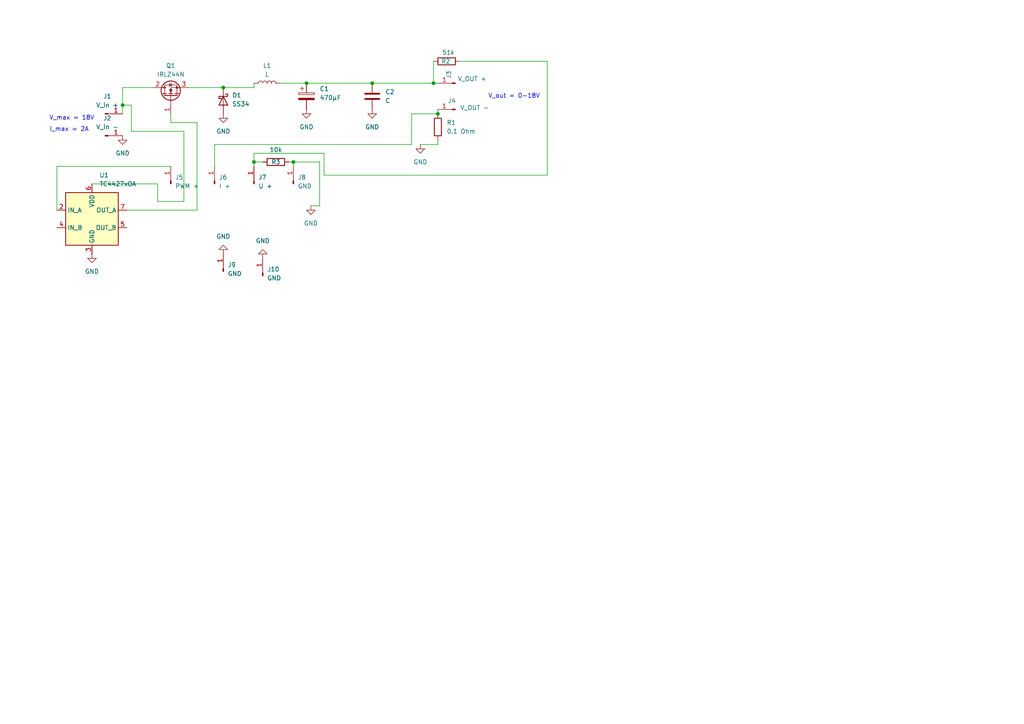
<source format=kicad_sch>
(kicad_sch (version 20250114) (generator "eeschema") (generator_version "9.0")
  (paper "A4")
  (lib_symbols
    (symbol "Connector:Conn_01x01_Pin" (pin_names (offset 1.016) (hide yes))
      (property "Reference" "J" (at 0 2.54 0))
      (property "Value" "Conn_01x01_Pin" (at 0 -2.54 0))
      (symbol "Conn_01x01_Pin_1_1"
        (rectangle (start 0.8636 0.127) (end 0 -0.127) (stroke (width 0.1524)) (fill (type outline)))
        (polyline (pts (xy 1.27 0) (xy 0.8636 0)) (stroke (width 0.1524)))
        (pin passive line (at 5.08 0 180) (length 3.81) (name "Pin_1") (number "1"))
      )
    )
    (symbol "Device:C" (pin_numbers (hide yes)) (pin_names (offset 0.254))
      (property "Reference" "C" (at 0.635 2.54 0))
      (property "Value" "C" (at 0.635 -2.54 0))
      (symbol "C_0_1"
        (polyline (pts (xy -2.032 0.762) (xy 2.032 0.762)) (stroke (width 0.508)))
        (polyline (pts (xy -2.032 -0.762) (xy 2.032 -0.762)) (stroke (width 0.508)))
      )
      (symbol "C_1_1"
        (pin passive line (at 0 3.81 270) (length 2.794) (name "~") (number "1"))
        (pin passive line (at 0 -3.81 90) (length 2.794) (name "~") (number "2"))
      )
    )
    (symbol "Device:C_Polarized" (pin_numbers (hide yes)) (pin_names (offset 0.254))
      (property "Reference" "C" (at 0.635 2.54 0))
      (property "Value" "C_Polarized" (at 0.635 -2.54 0))
      (symbol "C_Polarized_0_1"
        (rectangle (start -2.286 0.508) (end 2.286 1.016))
        (polyline (pts (xy -1.778 2.286) (xy -0.762 2.286)))
        (polyline (pts (xy -1.27 2.794) (xy -1.27 1.778)))
        (rectangle (start 2.286 -0.508) (end -2.286 -1.016) (fill (type outline)))
      )
      (symbol "C_Polarized_1_1"
        (pin passive line (at 0 3.81 270) (length 2.794) (name "~") (number "1"))
        (pin passive line (at 0 -3.81 90) (length 2.794) (name "~") (number "2"))
      )
    )
    (symbol "Device:L" (pin_numbers (hide yes)) (pin_names (offset 1.016) (hide yes))
      (property "Reference" "L" (at -1.27 0 90))
      (property "Value" "L" (at 1.905 0 90))
      (symbol "L_0_1"
        (arc (start 0 2.54) (mid 0.6323 1.905) (end 0 1.27))
        (arc (start 0 1.27) (mid 0.6323 0.635) (end 0 0))
        (arc (start 0 0) (mid 0.6323 -0.635) (end 0 -1.27))
        (arc (start 0 -1.27) (mid 0.6323 -1.905) (end 0 -2.54))
      )
      (symbol "L_1_1"
        (pin passive line (at 0 3.81 270) (length 1.27) (name "1") (number "1"))
        (pin passive line (at 0 -3.81 90) (length 1.27) (name "2") (number "2"))
      )
    )
    (symbol "Device:R" (pin_numbers (hide yes)) (pin_names (offset 0))
      (property "Reference" "R" (at 2.032 0 90))
      (property "Value" "R" (at 0 0 90))
      (symbol "R_0_1"
        (rectangle (start -1.016 -2.54) (end 1.016 2.54) (stroke (width 0.254)))
      )
      (symbol "R_1_1"
        (pin passive line (at 0 3.81 270) (length 1.27) (name "~") (number "1"))
        (pin passive line (at 0 -3.81 90) (length 1.27) (name "~") (number "2"))
      )
    )
    (symbol "Diode:SS34" (pin_numbers (hide yes)) (pin_names (offset 1.016) (hide yes))
      (property "Reference" "D" (at 0 2.54 0))
      (property "Value" "SS34" (at 0 -2.54 0))
      (symbol "SS34_0_1"
        (polyline (pts (xy -1.905 0.635) (xy -1.905 1.27) (xy -1.27 1.27) (xy -1.27 -1.27) (xy -0.635 -1.27) (xy -0.635 -0.635)) (stroke (width 0.254)))
        (polyline (pts (xy 1.27 1.27) (xy 1.27 -1.27) (xy -1.27 0) (xy 1.27 1.27)) (stroke (width 0.254)))
        (polyline (pts (xy 1.27 0) (xy -1.27 0)))
      )
      (symbol "SS34_1_1"
        (pin passive line (at -3.81 0 0) (length 2.54) (name "K") (number "1"))
        (pin passive line (at 3.81 0 180) (length 2.54) (name "A") (number "2"))
      )
    )
    (symbol "Driver_FET:TC4427xOA"
      (property "Reference" "U" (at -7.62 8.89 0))
      (property "Value" "TC4427xOA" (at 1.27 8.89 0))
      (symbol "TC4427xOA_0_1"
        (rectangle (start -7.62 -7.62) (end 7.62 7.62) (stroke (width 0.254)) (fill (type background)))
      )
      (symbol "TC4427xOA_1_1"
        (pin input line (at -10.16 2.54 0) (length 2.54) (name "IN_A") (number "2"))
        (pin input line (at -10.16 -2.54 0) (length 2.54) (name "IN_B") (number "4"))
        (pin no_connect line (at -7.62 0 0) (length 2.54) (hide yes) (name "NC") (number "1"))
        (pin power_in line (at 0 10.16 270) (length 2.54) (name "VDD") (number "6"))
        (pin power_in line (at 0 -10.16 90) (length 2.54) (name "GND") (number "3"))
        (pin no_connect line (at 7.62 0 180) (length 2.54) (hide yes) (name "NC") (number "8"))
        (pin output line (at 10.16 2.54 180) (length 2.54) (name "OUT_A") (number "7"))
        (pin output line (at 10.16 -2.54 180) (length 2.54) (name "OUT_B") (number "5"))
      )
    )
    (symbol "Transistor_FET:IRLZ44N" (pin_names (hide yes))
      (property "Reference" "Q" (at 5.08 1.905 0))
      (property "Value" "IRLZ44N" (at 5.08 0 0))
      (symbol "IRLZ44N_0_1"
        (polyline (pts (xy 0.254 1.905) (xy 0.254 -1.905)) (stroke (width 0.254)))
        (polyline (pts (xy 0.254 0) (xy -2.54 0)))
        (polyline (pts (xy 0.762 2.286) (xy 0.762 1.27)) (stroke (width 0.254)))
        (polyline (pts (xy 0.762 0.508) (xy 0.762 -0.508)) (stroke (width 0.254)))
        (polyline (pts (xy 0.762 -1.27) (xy 0.762 -2.286)) (stroke (width 0.254)))
        (polyline (pts (xy 0.762 -1.778) (xy 3.302 -1.778) (xy 3.302 1.778) (xy 0.762 1.778)))
        (polyline (pts (xy 1.016 0) (xy 2.032 0.381) (xy 2.032 -0.381) (xy 1.016 0)) (fill (type outline)))
        (circle (center 1.651 0) (radius 2.794) (stroke (width 0.254)))
        (polyline (pts (xy 2.54 2.54) (xy 2.54 1.778)))
        (circle (center 2.54 1.778) (radius 0.254) (fill (type outline)))
        (circle (center 2.54 -1.778) (radius 0.254) (fill (type outline)))
        (polyline (pts (xy 2.54 -2.54) (xy 2.54 0) (xy 0.762 0)))
        (polyline (pts (xy 2.794 0.508) (xy 2.921 0.381) (xy 3.683 0.381) (xy 3.81 0.254)))
        (polyline (pts (xy 3.302 0.381) (xy 2.921 -0.254) (xy 3.683 -0.254) (xy 3.302 0.381)))
      )
      (symbol "IRLZ44N_1_1"
        (pin input line (at -5.08 0 0) (length 2.54) (name "G") (number "1"))
        (pin passive line (at 2.54 5.08 270) (length 2.54) (name "D") (number "2"))
        (pin passive line (at 2.54 -5.08 90) (length 2.54) (name "S") (number "3"))
      )
    )
    (symbol "power:GND" (power) (pin_numbers (hide yes)) (pin_names (offset 0) (hide yes))
      (property "Value" "GND" (at 0 -3.81 0))
      (symbol "GND_0_1"
        (polyline (pts (xy 0 0) (xy 0 -1.27) (xy 1.27 -1.27) (xy 0 -2.54) (xy -1.27 -1.27) (xy 0 -1.27)))
      )
      (symbol "GND_1_1"
        (pin power_in line (at 0 0 270) (length 0) (name "~") (number "1"))
      )
    )
  )
  (text "I_max = 2A" (at 20.066 37.592 0) (effects (font (size 1.27 1.27))))
  (text "V_max = 18V" (at 20.828 34.29 0) (effects (font (size 1.27 1.27))))
  (text "V_out = 0-18V" (at 149.098 27.94 0) (effects (font (size 1.27 1.27))))
  (junction (at 88.9 24.13))
  (junction (at 73.66 46.99))
  (junction (at 35.56 30.48))
  (junction (at 125.73 24.13))
  (junction (at 85.09 46.99))
  (junction (at 127 33.02))
  (junction (at 64.77 25.4))
  (junction (at 107.95 24.13))
  (wire (pts (xy 57.15 60.96) (xy 57.15 35.56)))
  (wire (pts (xy 158.75 17.78) (xy 158.75 50.8)))
  (wire (pts (xy 54.61 25.4) (xy 64.77 25.4)))
  (wire (pts (xy 73.66 24.13) (xy 73.66 25.4)))
  (wire (pts (xy 127 40.64) (xy 127 41.91)))
  (wire (pts (xy 107.95 24.13) (xy 125.73 24.13)))
  (wire (pts (xy 93.98 50.8) (xy 93.98 44.45)))
  (wire (pts (xy 45.72 58.42) (xy 53.34 58.42)))
  (wire (pts (xy 133.35 17.78) (xy 158.75 17.78)))
  (wire (pts (xy 45.72 53.34) (xy 45.72 58.42)))
  (wire (pts (xy 125.73 17.78) (xy 125.73 24.13)))
  (wire (pts (xy 35.56 30.48) (xy 35.56 25.4)))
  (wire (pts (xy 85.09 46.99) (xy 92.71 46.99)))
  (wire (pts (xy 90.17 59.69) (xy 92.71 59.69)))
  (wire (pts (xy 49.53 48.26) (xy 16.51 48.26)))
  (wire (pts (xy 88.9 24.13) (xy 107.95 24.13)))
  (wire (pts (xy 158.75 50.8) (xy 93.98 50.8)))
  (wire (pts (xy 119.38 41.91) (xy 119.38 33.02)))
  (wire (pts (xy 73.66 46.99) (xy 73.66 48.26)))
  (wire (pts (xy 73.66 44.45) (xy 73.66 46.99)))
  (wire (pts (xy 73.66 46.99) (xy 76.2 46.99)))
  (wire (pts (xy 73.66 25.4) (xy 64.77 25.4)))
  (wire (pts (xy 53.34 38.1) (xy 38.1 38.1)))
  (wire (pts (xy 35.56 33.02) (xy 35.56 30.48)))
  (wire (pts (xy 16.51 48.26) (xy 16.51 60.96)))
  (wire (pts (xy 83.82 46.99) (xy 85.09 46.99)))
  (wire (pts (xy 26.67 53.34) (xy 45.72 53.34)))
  (wire (pts (xy 35.56 25.4) (xy 44.45 25.4)))
  (wire (pts (xy 119.38 33.02) (xy 127 33.02)))
  (wire (pts (xy 38.1 38.1) (xy 38.1 30.48)))
  (wire (pts (xy 36.83 60.96) (xy 57.15 60.96)))
  (wire (pts (xy 49.53 35.56) (xy 49.53 33.02)))
  (wire (pts (xy 127 31.75) (xy 127 33.02)))
  (wire (pts (xy 125.73 24.13) (xy 127 24.13)))
  (wire (pts (xy 62.23 41.91) (xy 119.38 41.91)))
  (wire (pts (xy 57.15 35.56) (xy 49.53 35.56)))
  (wire (pts (xy 62.23 48.26) (xy 62.23 41.91)))
  (wire (pts (xy 38.1 30.48) (xy 35.56 30.48)))
  (wire (pts (xy 92.71 59.69) (xy 92.71 46.99)))
  (wire (pts (xy 121.92 41.91) (xy 127 41.91)))
  (wire (pts (xy 93.98 44.45) (xy 73.66 44.45)))
  (wire (pts (xy 53.34 58.42) (xy 53.34 38.1)))
  (wire (pts (xy 81.28 24.13) (xy 88.9 24.13)))
  (wire (pts (xy 85.09 46.99) (xy 85.09 48.26)))
  (symbol (lib_id "Device:C_Polarized") (at 88.9 27.94 0) (unit 1)
    (property "Reference" "C1" (at 92.71 25.7809 0) (effects (justify left)))
    (property "Value" "470µF" (at 92.71 28.3209 0) (effects (justify left)))
    (property "Footprint" "Capacitor_THT:CP_Radial_D10.0mm_P5.00mm" (effects (hide yes)))
    (property "Description" "Polarized capacitor" (effects (hide yes)))
  )
  (symbol (lib_id "Connector:Conn_01x01_Pin") (at 49.53 53.34 90) (unit 1)
    (property "Reference" "J5" (at 50.8 51.4349 90) (effects (justify right)))
    (property "Value" "PWM +" (at 50.8 53.9749 90) (effects (justify right)))
    (property "Footprint" "MountingHole:MountingHole_2.2mm_M2_Pad" (effects (hide yes)))
    (property "Description" "Generic connector, single row, 01x01, script generated" (effects (hide yes)))
  )
  (symbol (lib_id "Device:C") (at 107.95 27.94 0) (unit 1)
    (property "Reference" "C2" (at 111.76 26.6699 0) (effects (justify left)))
    (property "Value" "C" (at 111.76 29.2099 0) (effects (justify left)))
    (property "Footprint" "Capacitor_THT:C_Disc_D5.0mm_W2.5mm_P5.00mm" (effects (hide yes)))
    (property "Description" "Unpolarized capacitor" (effects (hide yes)))
  )
  (symbol (lib_id "Connector:Conn_01x01_Pin") (at 85.09 53.34 90) (unit 1)
    (property "Reference" "J8" (at 86.36 51.4349 90) (effects (justify right)))
    (property "Value" "GND" (at 86.36 53.9749 90) (effects (justify right)))
    (property "Footprint" "MountingHole:MountingHole_2.2mm_M2_Pad" (effects (hide yes)))
    (property "Description" "Generic connector, single row, 01x01, script generated" (effects (hide yes)))
  )
  (symbol (lib_id "power:GND") (at 121.92 41.91 0) (unit 1)
    (property "Reference" "#PWR05" (effects (hide yes)))
    (property "Value" "GND" (at 121.92 46.99 0))
    (property "Description" "Power symbol creates a global label with name \"GND\" , ground" (effects (hide yes)))
  )
  (symbol (lib_id "power:GND") (at 26.67 73.66 0) (unit 1)
    (property "Reference" "#PWR07" (effects (hide yes)))
    (property "Value" "GND" (at 26.67 78.74 0))
    (property "Description" "Power symbol creates a global label with name \"GND\" , ground" (effects (hide yes)))
  )
  (symbol (lib_id "power:GND") (at 90.17 59.69 0) (unit 1)
    (property "Reference" "#PWR02" (effects (hide yes)))
    (property "Value" "GND" (at 90.17 64.77 0))
    (property "Description" "Power symbol creates a global label with name \"GND\" , ground" (effects (hide yes)))
  )
  (symbol (lib_id "power:GND") (at 76.2 74.93 180) (unit 1)
    (property "Reference" "#PWR09" (effects (hide yes)))
    (property "Value" "GND" (at 76.2 69.85 0))
    (property "Description" "Power symbol creates a global label with name \"GND\" , ground" (effects (hide yes)))
  )
  (symbol (lib_id "Device:R") (at 80.01 46.99 90) (unit 1)
    (property "Reference" "R3" (at 80.01 46.99 90))
    (property "Value" "10k" (at 80.01 43.434 90))
    (property "Footprint" "Resistor_SMD:R_1206_3216Metric" (effects (hide yes)))
    (property "Description" "Resistor" (effects (hide yes)))
  )
  (symbol (lib_id "Transistor_FET:IRLZ44N") (at 49.53 27.94 90) (unit 1)
    (property "Reference" "Q1" (at 49.53 19.05 90))
    (property "Value" "IRLZ44N" (at 49.53 21.59 90))
    (property "Footprint" "Package_TO_SOT_THT:TO-220-3_Vertical" (effects (hide yes)))
    (property "Datasheet" "http://www.irf.com/product-info/datasheets/data/irlz44n.pdf" (effects (hide yes)))
    (property "Description" "47A Id, 55V Vds, 22mOhm Rds Single N-Channel HEXFET Power MOSFET, TO-220AB" (effects (hide yes)))
  )
  (symbol (lib_id "Device:L") (at 77.47 24.13 90) (unit 1)
    (property "Reference" "L1" (at 77.47 19.05 90))
    (property "Value" "L" (at 77.47 21.59 90))
    (property "Footprint" "Inductor_SMD:L_Sunlord_MWSA1003S" (effects (hide yes)))
    (property "Description" "Inductor" (effects (hide yes)))
  )
  (symbol (lib_id "power:GND") (at 35.56 39.37 0) (unit 1)
    (property "Reference" "#PWR01" (effects (hide yes)))
    (property "Value" "GND" (at 35.56 44.45 0))
    (property "Description" "Power symbol creates a global label with name \"GND\" , ground" (effects (hide yes)))
  )
  (symbol (lib_id "power:GND") (at 64.77 73.66 180) (unit 1)
    (property "Reference" "#PWR08" (effects (hide yes)))
    (property "Value" "GND" (at 64.77 68.58 0))
    (property "Description" "Power symbol creates a global label with name \"GND\" , ground" (effects (hide yes)))
  )
  (symbol (lib_id "Connector:Conn_01x01_Pin") (at 132.08 24.13 180) (unit 1)
    (property "Reference" "J3" (at 130.1749 22.86 90) (effects (justify right)))
    (property "Value" "V_OUT +" (at 132.7149 22.86 0) (effects (justify right)))
    (property "Footprint" "MountingHole:MountingHole_2.2mm_M2_Pad" (effects (hide yes)))
    (property "Description" "Generic connector, single row, 01x01, script generated" (effects (hide yes)))
  )
  (symbol (lib_id "Device:R") (at 127 36.83 0) (unit 1)
    (property "Reference" "R1" (at 129.54 35.5599 0) (effects (justify left)))
    (property "Value" "0.1 Ohm" (at 129.54 38.0999 0) (effects (justify left)))
    (property "Footprint" "Resistor_SMD:R_2512_6332Metric" (effects (hide yes)))
    (property "Description" "Resistor" (effects (hide yes)))
  )
  (symbol (lib_id "Connector:Conn_01x01_Pin") (at 62.23 53.34 90) (unit 1)
    (property "Reference" "J6" (at 63.5 51.4349 90) (effects (justify right)))
    (property "Value" "I +" (at 63.5 53.9749 90) (effects (justify right)))
    (property "Footprint" "MountingHole:MountingHole_2.2mm_M2_Pad" (effects (hide yes)))
    (property "Description" "Generic connector, single row, 01x01, script generated" (effects (hide yes)))
  )
  (symbol (lib_id "Connector:Conn_01x01_Pin") (at 76.2 80.01 90) (unit 1)
    (property "Reference" "J10" (at 77.47 78.1049 90) (effects (justify right)))
    (property "Value" "GND" (at 77.47 80.6449 90) (effects (justify right)))
    (property "Footprint" "MountingHole:MountingHole_2.2mm_M2_Pad" (effects (hide yes)))
    (property "Description" "Generic connector, single row, 01x01, script generated" (effects (hide yes)))
  )
  (symbol (lib_id "Diode:SS34") (at 64.77 29.21 270) (unit 1)
    (property "Reference" "D1" (at 67.31 27.6224 90) (effects (justify left)))
    (property "Value" "SS34" (at 67.31 30.1624 90) (effects (justify left)))
    (property "Footprint" "Diode_SMD:D_SMA" (effects (hide yes)))
    (property "Datasheet" "https://www.vishay.com/docs/88751/ss32.pdf" (effects (hide yes)))
    (property "Description" "40V 3A Schottky Diode, SMA" (effects (hide yes)))
  )
  (symbol (lib_id "power:GND") (at 88.9 31.75 0) (unit 1)
    (property "Reference" "#PWR04" (effects (hide yes)))
    (property "Value" "GND" (at 88.9 36.83 0))
    (property "Description" "Power symbol creates a global label with name \"GND\" , ground" (effects (hide yes)))
  )
  (symbol (lib_id "power:GND") (at 107.95 31.75 0) (unit 1)
    (property "Reference" "#PWR06" (effects (hide yes)))
    (property "Value" "GND" (at 107.95 36.83 0))
    (property "Description" "Power symbol creates a global label with name \"GND\" , ground" (effects (hide yes)))
  )
  (symbol (lib_id "Connector:Conn_01x01_Pin") (at 30.48 33.02 0) (unit 1)
    (property "Reference" "J1" (at 31.115 27.94 0))
    (property "Value" "V_in +" (at 31.115 30.48 0))
    (property "Footprint" "MountingHole:MountingHole_2.2mm_M2_Pad" (effects (hide yes)))
    (property "Description" "Generic connector, single row, 01x01, script generated" (effects (hide yes)))
  )
  (symbol (lib_id "Connector:Conn_01x01_Pin") (at 73.66 53.34 90) (unit 1)
    (property "Reference" "J7" (at 74.93 51.4349 90) (effects (justify right)))
    (property "Value" "U +" (at 74.93 53.9749 90) (effects (justify right)))
    (property "Footprint" "MountingHole:MountingHole_2.2mm_M2_Pad" (effects (hide yes)))
    (property "Description" "Generic connector, single row, 01x01, script generated" (effects (hide yes)))
  )
  (symbol (lib_id "Connector:Conn_01x01_Pin") (at 64.77 78.74 90) (unit 1)
    (property "Reference" "J9" (at 66.04 76.8349 90) (effects (justify right)))
    (property "Value" "GND" (at 66.04 79.3749 90) (effects (justify right)))
    (property "Footprint" "MountingHole:MountingHole_2.2mm_M2_Pad" (effects (hide yes)))
    (property "Description" "Generic connector, single row, 01x01, script generated" (effects (hide yes)))
  )
  (symbol (lib_id "Device:R") (at 129.54 17.78 90) (unit 1)
    (property "Reference" "R2" (at 129.286 17.78 90))
    (property "Value" "51k" (at 130.048 15.24 90))
    (property "Footprint" "Resistor_SMD:R_1206_3216Metric" (effects (hide yes)))
    (property "Description" "Resistor" (effects (hide yes)))
  )
  (symbol (lib_id "Driver_FET:TC4427xOA") (at 26.67 63.5 0) (unit 1)
    (property "Reference" "U1" (at 28.8133 50.8 0) (effects (justify left)))
    (property "Value" "TC4427xOA" (at 28.8133 53.34 0) (effects (justify left)))
    (property "Footprint" "Package_SO:SOIC-8_3.9x4.9mm_P1.27mm" (effects (hide yes)))
    (property "Datasheet" "https://ww1.microchip.com/downloads/en/DeviceDoc/20001422G.pdf" (effects (hide yes)))
    (property "Description" "1.5A Dual High-Speed Power MOSFET Drivers, 4.5...18V supply, TTL/CMOS compatible inputs, non-inverting drivers, SOIC-8" (effects (hide yes)))
  )
  (symbol (lib_id "Connector:Conn_01x01_Pin") (at 132.08 31.75 180) (unit 1)
    (property "Reference" "J4" (at 131.064 29.21 0))
    (property "Value" "V_OUT -" (at 137.668 31.242 0))
    (property "Footprint" "MountingHole:MountingHole_2.2mm_M2_Pad" (effects (hide yes)))
    (property "Description" "Generic connector, single row, 01x01, script generated" (effects (hide yes)))
  )
  (symbol (lib_id "power:GND") (at 64.77 33.02 0) (unit 1)
    (property "Reference" "#PWR03" (effects (hide yes)))
    (property "Value" "GND" (at 64.77 38.1 0))
    (property "Description" "Power symbol creates a global label with name \"GND\" , ground" (effects (hide yes)))
  )
  (symbol (lib_id "Connector:Conn_01x01_Pin") (at 30.48 39.37 0) (unit 1)
    (property "Reference" "J2" (at 31.115 34.29 0))
    (property "Value" "V_in -" (at 31.115 36.83 0))
    (property "Footprint" "MountingHole:MountingHole_2.2mm_M2_Pad" (effects (hide yes)))
    (property "Description" "Generic connector, single row, 01x01, script generated" (effects (hide yes)))
  )
)
</source>
